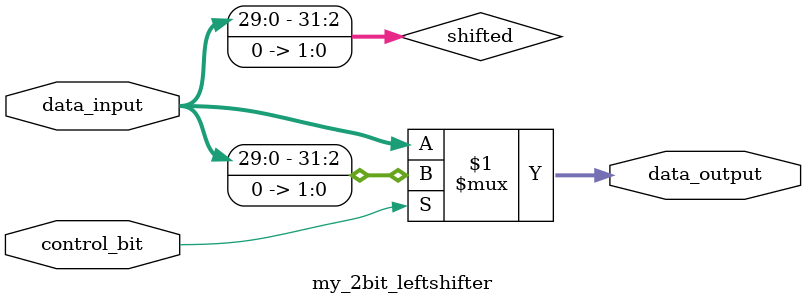
<source format=v>
module my_2bit_leftshifter(data_input, control_bit, data_output);

	input [31:0] data_input;
	input control_bit;
	
	wire [31:0] shifted;
	
	output [31:0] data_output;
	
	
	genvar k;
	generate
	for(k = 31; k > 1; k = k-1) begin: my2ShiftLoop
		assign shifted[k] = data_input[k-2];
    end
	endgenerate
    
    genvar j;
	generate
	for(j = 1; j >= 0; j = j-1) begin: my2ShiftLoop2
		assign shifted[j] = 1'b0;
    end
	endgenerate
	
	assign data_output = control_bit ? shifted : data_input;
	
	
	
endmodule
</source>
